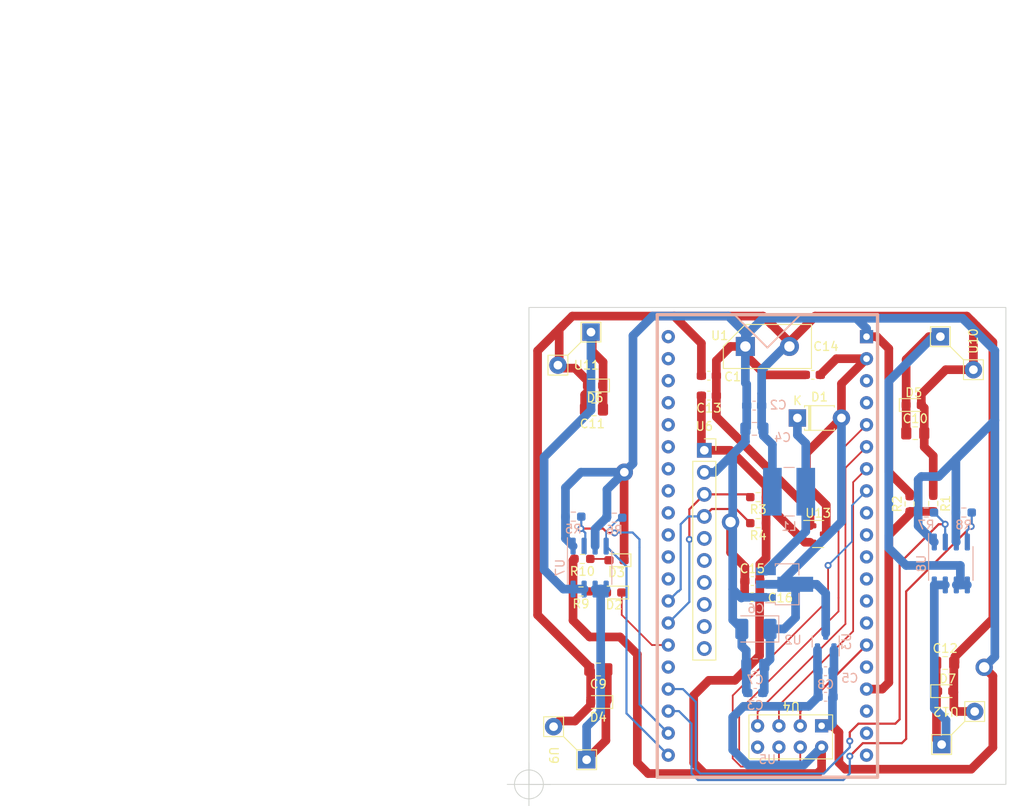
<source format=kicad_pcb>
(kicad_pcb (version 20211014) (generator pcbnew)
  (layers (0 "F.Cu" signal) (31 "B.Cu" signal) (34 "B.Paste" user) (35 "F.Paste" user) (36 "B.SilkS" user "B.Silkscreen") (37 "F.SilkS" user "F.Silkscreen") (38 "B.Mask" user) (39 "F.Mask" user) (44 "Edge.Cuts" user))
  (net 0 "")
  (net 1 "GND")
  (net 2 "VBAT")
  (net 3 "+5V")
  (net 4 "+3.3V")
  (net 5 "Net-(C9-Pad1)")
  (net 6 "Net-(C10-Pad1)")
  (net 7 "Net-(C11-Pad1)")
  (net 8 "Net-(C12-Pad1)")
  (net 9 "Net-(D1-Pad1)")
  (net 10 "Net-(D2-Pad1)")
  (net 11 "Net-(D2-Pad2)")
  (net 12 "Net-(D3-Pad2)")
  (net 13 "Net-(R1-Pad2)")
  (net 14 "Net-(R3-Pad2)")
  (net 15 "Net-(R4-Pad2)")
  (net 16 "Net-(R5-Pad2)")
  (net 17 "Net-(R6-Pad2)")
  (net 18 "Net-(R7-Pad2)")
  (net 19 "Net-(R8-Pad2)")
  (net 20 "Net-(U4-Pad3)")
  (net 21 "Net-(U4-Pad4)")
  (net 22 "Net-(U4-Pad5)")
  (net 23 "Net-(U4-Pad6)")
  (net 24 "Net-(U4-Pad7)")
  (footprint "Capacitor_SMD:C_0805_2012Metric_Pad1.18x1.45mm_HandSolder" (layer "F.Cu") (at 44.55 -40.5)
    (fp_text reference "C10")
    (fp_text value "0.1uF")
  )
  (footprint "Capacitor_SMD:C_0805_2012Metric_Pad1.18x1.45mm_HandSolder" (layer "F.Cu") (at 48 -14)
    (fp_text reference "C12")
    (fp_text value "0.1uF")
  )
  (footprint "New Library:motor_pin" (layer "F.Cu") (at 7.155 -48.345)
    (fp_text reference "U11")
    (fp_text value "motorpin")
  )
  (footprint "Diode_SMD:D_0603_1608Metric_Pad1.05x0.95mm_HandSolder" (layer "F.Cu") (at 44.375 -43.75)
    (fp_text reference "D5")
    (fp_text value "DIODE")
  )
  (footprint "Diode_SMD:D_0603_1608Metric_Pad1.05x0.95mm_HandSolder" (layer "F.Cu") (at 8 -9.5 180)
    (fp_text reference "D4")
    (fp_text value "DIODE")
  )
  (footprint "New Library:BATHOLE" (layer "F.Cu") (at 27.5 -50.5)
    (fp_text reference "U1")
    (fp_text value "BAT1")
  )
  (footprint "New Library:NRF24L01" (layer "F.Cu") (at 33.75 -6.75 180)
    (fp_text reference "U4")
    (fp_text value "NRF24L01_jsb")
  )
  (footprint "New Library:motor_pin" (layer "F.Cu") (at 47.595 -8.405 180)
    (fp_text reference "U12")
    (fp_text value "motorpin")
  )
  (footprint "Package_TO_SOT_SMD:SOT-23" (layer "F.Cu") (at 33.35 -28.875)
    (fp_text reference "U13")
    (fp_text value "XC6206PxxxMR")
  )
  (footprint "Capacitor_SMD:C_0603_1608Metric_Pad1.08x0.95mm_HandSolder" (layer "F.Cu") (at 20.75 -44.825 180)
    (fp_text reference "C13")
    (fp_text value "10uF")
  )
  (footprint "New Library:motor_pin" (layer "F.Cu") (at 2.845 -2.845 -90)
    (fp_text reference "U9")
    (fp_text value "motorpin")
  )
  (footprint "Capacitor_SMD:C_0805_2012Metric_Pad1.18x1.45mm_HandSolder" (layer "F.Cu") (at 7.5 -43.25 180)
    (fp_text reference "C11")
    (fp_text value "0.1uF")
  )
  (footprint "Resistor_SMD:R_0603_1608Metric_Pad0.98x0.95mm_HandSolder" (layer "F.Cu") (at 26.4375 -30.125 180)
    (fp_text reference "R4")
    (fp_text value "10K")
  )
  (footprint "Diode_SMD:D_0603_1608Metric_Pad1.05x0.95mm_HandSolder" (layer "F.Cu") (at 48 -10.75)
    (fp_text reference "D7")
    (fp_text value "DIODE")
  )
  (footprint "LED_SMD:LED_0603_1608Metric_Pad1.05x0.95mm_HandSolder" (layer "F.Cu") (at 10.1 -25.85 180)
    (fp_text reference "D3")
    (fp_text value "LED_SOIC")
  )
  (footprint "LED_SMD:LED_0603_1608Metric_Pad1.05x0.95mm_HandSolder" (layer "F.Cu") (at 9.825 -22.125 180)
    (fp_text reference "D2")
    (fp_text value "LED_SOIC")
  )
  (footprint "Diode_THT:D_T-1_P5.08mm_Horizontal" (layer "F.Cu") (at 30.96 -42.25)
    (fp_text reference "D1")
    (fp_text value "DIODE")
  )
  (footprint "Capacitor_SMD:C_0603_1608Metric_Pad1.08x0.95mm_HandSolder" (layer "F.Cu") (at 32.7375 -47.225)
    (fp_text reference "C14")
    (fp_text value "10uF")
  )
  (footprint "Connector_PinSocket_2.54mm:PinSocket_1x10_P2.54mm_Vertical" (layer "F.Cu") (at 20.225 -38.525)
    (fp_text reference "U6")
    (fp_text value "mpu9250")
  )
  (footprint "Resistor_SMD:R_0603_1608Metric_Pad0.98x0.95mm_HandSolder" (layer "F.Cu") (at 6.1625 -26 180)
    (fp_text reference "R10")
    (fp_text value "2K")
  )
  (footprint "Resistor_SMD:R_0603_1608Metric_Pad0.98x0.95mm_HandSolder" (layer "F.Cu") (at 43.9 -32.3375 90)
    (fp_text reference "R2")
    (fp_text value "10K")
  )
  (footprint "Resistor_SMD:R_0603_1608Metric_Pad0.98x0.95mm_HandSolder" (layer "F.Cu") (at 26.4375 -33.125 180)
    (fp_text reference "R3")
    (fp_text value "10K")
  )
  (footprint "Diode_SMD:D_0603_1608Metric_Pad1.05x0.95mm_HandSolder" (layer "F.Cu") (at 7.625 -46 180)
    (fp_text reference "D6")
    (fp_text value "DIODE")
  )
  (footprint "Capacitor_SMD:C_0603_1608Metric_Pad1.08x0.95mm_HandSolder" (layer "F.Cu") (at 25.7625 -23.45)
    (fp_text reference "C15")
    (fp_text value "10uF")
  )
  (footprint "New Library:motor_pin" (layer "F.Cu") (at 51.255 -51.63 90)
    (fp_text reference "U10")
    (fp_text value "motorpin")
  )
  (footprint "Capacitor_SMD:C_0805_2012Metric_Pad1.18x1.45mm_HandSolder" (layer "F.Cu") (at 8 -13.25 180)
    (fp_text reference "C9")
    (fp_text value "0.1uF")
  )
  (footprint "Capacitor_SMD:C_0603_1608Metric_Pad1.08x0.95mm_HandSolder" (layer "F.Cu") (at 20.75 -47.125 180)
    (fp_text reference "C1")
    (fp_text value "10uF")
  )
  (footprint "Capacitor_SMD:C_0603_1608Metric_Pad1.08x0.95mm_HandSolder" (layer "F.Cu") (at 25.7375 -21.6)
    (fp_text reference "C16")
    (fp_text value "10uF")
  )
  (footprint "Resistor_SMD:R_0603_1608Metric_Pad0.98x0.95mm_HandSolder" (layer "F.Cu") (at 46.625 -32.3875 -90)
    (fp_text reference "R1")
    (fp_text value "10K")
  )
  (footprint "Resistor_SMD:R_0603_1608Metric_Pad0.98x0.95mm_HandSolder" (layer "F.Cu") (at 6 -22.25 180)
    (fp_text reference "R9")
    (fp_text value "2K")
  )
  (footprint "Capacitor_SMD:C_0603_1608Metric_Pad1.08x0.95mm_HandSolder" (layer "B.Cu") (at 34.2 -13.05 180)
    (fp_text reference "C5")
    (fp_text value "10uF")
  )
  (footprint "Resistor_SMD:R_0603_1608Metric_Pad0.98x0.95mm_HandSolder" (layer "B.Cu") (at 5.125 -30.875)
    (fp_text reference "R5")
    (fp_text value "10K")
  )
  (footprint "Capacitor_SMD:C_0805_2012Metric_Pad1.18x1.45mm_HandSolder" (layer "B.Cu") (at 26 -41 180)
    (fp_text reference "C4")
    (fp_text value "4.7uF")
  )
  (footprint "Package_TO_SOT_SMD:SOT-23" (layer "B.Cu") (at 34.225 -16.475 90)
    (fp_text reference "U3")
    (fp_text value "XC6206PxxxMR")
  )
  (footprint "Inductor_SMD:L_TracoPower_TCK-047_5.2x5.8mm" (layer "B.Cu") (at 30 -33.75)
    (fp_text reference "L1")
    (fp_text value "L")
  )
  (footprint "New Library:LPC1768" (layer "B.Cu") (at 27.5 -27.5 180)
    (fp_text reference "U5")
    (fp_text value "lpc1768")
  )
  (footprint "Capacitor_SMD:C_0603_1608Metric_Pad1.08x0.95mm_HandSolder" (layer "B.Cu") (at 34.2125 -10.1 180)
    (fp_text reference "C8")
    (fp_text value "10uF")
  )
  (footprint "Package_SO:SOIC-8_3.9x4.9mm_P1.27mm" (layer "B.Cu") (at 48.65 -25.475 -90)
    (fp_text reference "U8")
    (fp_text value "AO9926")
  )
  (footprint "Package_SO:SOIC-8_3.9x4.9mm_P1.27mm" (layer "B.Cu") (at 7 -25 -90)
    (fp_text reference "U7")
    (fp_text value "AO9926")
  )
  (footprint "Package_TO_SOT_SMD:SOT-89-3_Handsoldering" (layer "B.Cu") (at 29.475 -23.075)
    (fp_text reference "U2")
    (fp_text value "tp8350")
  )
  (footprint "Capacitor_SMD:C_0603_1608Metric_Pad1.08x0.95mm_HandSolder" (layer "B.Cu") (at 26.1 -10.55)
    (fp_text reference "C3")
    (fp_text value "10uF")
  )
  (footprint "Capacitor_Tantalum_SMD:CP_EIA-3528-21_Kemet-B_Pad1.50x2.35mm_HandSolder" (layer "B.Cu") (at 26.175 -17.925 180)
    (fp_text reference "C6")
    (fp_text value "100uF")
  )
  (footprint "Capacitor_SMD:C_0603_1608Metric_Pad1.08x0.95mm_HandSolder" (layer "B.Cu") (at 25.975 -43.675)
    (fp_text reference "C2")
    (fp_text value "10uF")
  )
  (footprint "Resistor_SMD:R_0603_1608Metric_Pad0.98x0.95mm_HandSolder" (layer "B.Cu") (at 45.8 -31.35)
    (fp_text reference "R7")
    (fp_text value "10K")
  )
  (footprint "Resistor_SMD:R_0603_1608Metric_Pad0.98x0.95mm_HandSolder" (layer "B.Cu") (at 50.15 -31.35)
    (fp_text reference "R8")
    (fp_text value "10K")
  )
  (footprint "Capacitor_SMD:C_0805_2012Metric_Pad1.18x1.45mm_HandSolder" (layer "B.Cu") (at 26.1 -13.75)
    (fp_text reference "C7")
    (fp_text value "0.1uF")
  )
  (footprint "Resistor_SMD:R_0603_1608Metric_Pad0.98x0.95mm_HandSolder" (layer "B.Cu") (at 9.85 -30.75)
    (fp_text reference "R6")
    (fp_text value "10K")
  )
  (gr_rect (start 0 0) (end 55 -55) (layer "Edge.Cuts") (width 0.1) (fill none))
  (target plus (at 0 0) (size 5) (width 0.1) (layer "Edge.Cuts"))
  (segment (start 51 -1.75) (end 53.5 -4.25) (width 1) (layer "F.Cu") (net 1))
  (segment (start 31.875 -47.225) (end 27.275 -47.225) (width 1) (layer "F.Cu") (net 1))
  (segment (start 35.75 -6) (end 35.75 -2.5) (width 1) (layer "F.Cu") (net 1))
  (segment (start 36.5 -1.75) (end 51 -1.75) (width 1) (layer "F.Cu") (net 1))
  (segment (start 24.96 -49.54) (end 24.96 -50.5) (width 1) (layer "F.Cu") (net 1))
  (segment (start 41.5 -36) (end 41.5 -50.25) (width 1) (layer "F.Cu") (net 1))
  (segment (start 24.875 -21.6) (end 24.875 -23.425) (width 1) (layer "F.Cu") (net 1))
  (segment (start 40.12 -51.63) (end 38.93 -51.63) (width 1) (layer "F.Cu") (net 1))
  (segment (start 21.6125 -42.3875) (end 32.4125 -31.5875) (width 1) (layer "F.Cu") (net 1))
  (segment (start 35.75 -2.5) (end 36.5 -1.75) (width 1) (layer "F.Cu") (net 1))
  (segment (start 32.4125 -31.5875) (end 32.4125 -29.825) (width 1) (layer "F.Cu") (net 1))
  (segment (start 43.9 -33.25) (end 43.9 -33.6) (width 1) (layer "F.Cu") (net 1))
  (segment (start 21.6125 -44.825) (end 21.6125 -42.3875) (width 1) (layer "F.Cu") (net 1))
  (segment (start 43.9 -33.6) (end 41.5 -36) (width 1) (layer "F.Cu") (net 1))
  (segment (start 23.25 -30.25) (end 23.25 -26.75) (width 1) (layer "F.Cu") (net 1))
  (segment (start 53.5 -12.5) (end 52.5 -13.5) (width 1) (layer "F.Cu") (net 1))
  (segment (start 21.6125 -47.125) (end 21.6125 -44.825) (width 1) (layer "F.Cu") (net 1))
  (segment (start 11 -36) (end 10.975 -35.975) (width 1) (layer "F.Cu") (net 1))
  (segment (start 53.5 -4.25) (end 53.5 -12.5) (width 1) (layer "F.Cu") (net 1))
  (segment (start 24.875 -23.425) (end 24.9 -23.45) (width 1) (layer "F.Cu") (net 1))
  (segment (start 35 -6.75) (end 35.75 -6) (width 1) (layer "F.Cu") (net 1))
  (segment (start 24.96 -50.5) (end 23.25 -50.5) (width 1) (layer "F.Cu") (net 1))
  (segment (start 23.25 -50.5) (end 21.6125 -48.8625) (width 1) (layer "F.Cu") (net 1))
  (segment (start 27.275 -47.225) (end 24.96 -49.54) (width 1) (layer "F.Cu") (net 1))
  (segment (start 41.5 -50.25) (end 40.12 -51.63) (width 1) (layer "F.Cu") (net 1))
  (segment (start 23.25 -26.75) (end 24.9 -25.1) (width 1) (layer "F.Cu") (net 1))
  (segment (start 33.75 -6.75) (end 35 -6.75) (width 1) (layer "F.Cu") (net 1))
  (segment (start 21.6125 -48.8625) (end 21.6125 -47.125) (width 1) (layer "F.Cu") (net 1))
  (segment (start 24.9 -25.1) (end 24.9 -23.45) (width 1) (layer "F.Cu") (net 1))
  (segment (start 10.975 -35.975) (end 10.975 -25.85) (width 1) (layer "F.Cu") (net 1))
  (via (at 52.5 -13.5) (size 2) (drill 1.2) (layers "F.Cu" "B.Cu") (net 1))
  (via (at 23.25 -30.25) (size 2) (drill 1.2) (layers "F.Cu" "B.Cu") (net 1))
  (via (at 11 -36) (size 2) (drill 1) (layers "F.Cu" "B.Cu") (net 1))
  (segment (start 35.175 -15.5375) (end 35.175 -13.1625) (width 1) (layer "B.Cu") (net 1))
  (segment (start 45.25 -35.5) (end 44.8875 -35.1375) (width 1) (layer "B.Cu") (net 1))
  (segment (start 8.9375 -30.75) (end 7.635 -29.4475) (width 1) (layer "B.Cu") (net 1))
  (segment (start 35 -10.025) (end 35 -7) (width 1) (layer "B.Cu") (net 1))
  (segment (start 4.2125 -28.3575) (end 5.095 -27.475) (width 1) (layer "B.Cu") (net 1))
  (segment (start 24.96 -51.71) (end 27 -53.75) (width 1) (layer "B.Cu") (net 1))
  (segment (start 53.727464 -50.022536) (end 53.727464 -41.977464) (width 1) (layer "B.Cu") (net 1))
  (segment (start 35.0625 -13.05) (end 35.0625 -10.1125) (width 1) (layer "B.Cu") (net 1))
  (segment (start 53.727464 -14.727464) (end 52.5 -13.5) (width 1) (layer "B.Cu") (net 1))
  (segment (start 49.2375 -31.35) (end 49.2375 -37.4875) (width 1) (layer "B.Cu") (net 1))
  (segment (start 23.5 -18.975) (end 24.55 -17.925) (width 1) (layer "B.Cu") (net 1))
  (segment (start 25.1125 -41.15) (end 24.9625 -41) (width 1) (layer "B.Cu") (net 1))
  (segment (start 23.25 -30.25) (end 23.5 -30.5) (width 1) (layer "B.Cu") (net 1))
  (segment (start 24.96 -51) (end 24.96 -51.71) (width 1) (layer "B.Cu") (net 1))
  (segment (start 25.0625 -10.725) (end 25.2375 -10.55) (width 1) (layer "B.Cu") (net 1))
  (segment (start 35.0625 -10.1125) (end 35.075 -10.1) (width 1) (layer "B.Cu") (net 1))
  (segment (start 23.5 -22.5) (end 24.5 -21.5) (width 1) (layer "B.Cu") (net 1))
  (segment (start 21.427081 -35.985) (end 20.225 -35.985) (width 1) (layer "B.Cu") (net 1))
  (segment (start 24.9625 -39.520419) (end 21.427081 -35.985) (width 1) (layer "B.Cu") (net 1))
  (segment (start 6 -36) (end 4.2125 -34.2125) (width 1) (layer "B.Cu") (net 1))
  (segment (start 49.2375 -37.4875) (end 49.375 -37.625) (width 1) (layer "B.Cu") (net 1))
  (segment (start 44.8875 -29.8075) (end 46.745 -27.95) (width 1) (layer "B.Cu") (net 1))
  (segment (start 47.25 -35.5) (end 45.25 -35.5) (width 1) (layer "B.Cu") (net 1))
  (segment (start 14.25 -54) (end 12 -51.75) (width 1) (layer "B.Cu") (net 1))
  (segment (start 11 -36) (end 9 -34) (width 1) (layer "B.Cu") (net 1))
  (segment (start 50 -53.75) (end 50.25 -53.5) (width 1) (layer "B.Cu") (net 1))
  (segment (start 50.25 -53.5) (end 53.727464 -50.022536) (width 1) (layer "B.Cu") (net 1))
  (segment (start 23.5 -22.5) (end 23.5 -18.975) (width 1) (layer "B.Cu") (net 1))
  (segment (start 35.075 -10.1) (end 35.075 -9.961675) (width 1) (layer "B.Cu") (net 1))
  (segment (start 23.5 -30.5) (end 23.5 -38.057919) (width 1) (layer "B.Cu") (net 1))
  (segment (start 24.96 -46.29) (end 25.1125 -46.1375) (width 1) (layer "B.Cu") (net 1))
  (segment (start 7.635 -29.4475) (end 7.635 -27.475) (width 1) (layer "B.Cu") (net 1))
  (segment (start 24.96 -52.04) (end 23 -54) (width 1) (layer "B.Cu") (net 1))
  (segment (start 23.5 -38.057919) (end 24.9625 -39.520419) (width 1) (layer "B.Cu") (net 1))
  (segment (start 9 -30.8125) (end 8.9375 -30.75) (width 1) (layer "B.Cu") (net 1))
  (segment (start 49.2375 -31.35) (end 49.2375 -27.9975) (width 1) (layer "B.Cu") (net 1))
  (segment (start 24.96 -51) (end 24.96 -46.29) (width 1) (layer "B.Cu") (net 1))
  (segment (start 35 -7) (end 34.75 -6.75) (width 1) (layer "B.Cu") (net 1))
  (segment (start 24.55 -17.925) (end 24.55 -15.95) (width 1) (layer "B.Cu") (net 1))
  (segment (start 24.55 -15.95) (end 25.0625 -15.4375) (width 1) (layer "B.Cu") (net 1))
  (segment (start 24.5 -21.5) (end 24.575 -21.575) (width 1) (layer "B.Cu") (net 1))
  (segment (start 23.5 -30) (end 23.5 -22.5) (width 1) (layer "B.Cu") (net 1))
  (segment (start 49.2375 -27.9975) (end 49.285 -27.95) (width 1) (layer "B.Cu") (net 1))
  (segment (start 24.9625 -41) (end 24.9625 -39.520419) (width 1) (layer "B.Cu") (net 1))
  (segment (start 4.2125 -30.875) (end 4.2125 -28.3575) (width 1) (layer "B.Cu") (net 1))
  (segment (start 44.8875 -31.35) (end 44.8875 -29.8075) (width 1) (layer "B.Cu") (net 1))
  (segment (start 4.2125 -34.2125) (end 4.2125 -30.875) (width 1) (layer "B.Cu") (net 1))
  (segment (start 35.175 -13.1625) (end 35.0625 -13.05) (width 1) (layer "B.Cu") (net 1))
  (segment (start 12 -37) (end 11 -36) (width 1) (layer "B.Cu") (net 1))
  (segment (start 35.075 -9.961675) (end 35 -9.886675) (width 1) (layer "B.Cu") (net 1))
  (segment (start 23 -54) (end 14.25 -54) (width 1) (layer "B.Cu") (net 1))
  (segment (start 12 -51.75) (end 12 -37) (width 1) (layer "B.Cu") (net 1))
  (segment (start 53.727464 -41.977464) (end 53.727464 -14.727464) (width 1) (layer "B.Cu") (net 1))
  (segment (start 25.1125 -46.1375) (end 25.1125 -43.675) (width 1) (layer "B.Cu") (net 1))
  (segment (start 44.8875 -35.1375) (end 44.8875 -31.35) (width 1) (layer "B.Cu") (net 1))
  (segment (start 49.375 -37.625) (end 47.25 -35.5) (width 1) (layer "B.Cu") (net 1))
  (segment (start 11 -36) (end 6 -36) (width 1) (layer "B.Cu") (net 1))
  (segment (start 25.0625 -15.4375) (end 25.0625 -13.75) (width 1) (layer "B.Cu") (net 1))
  (segment (start 53.727464 -41.977464) (end 49.375 -37.625) (width 1) (layer "B.Cu") (net 1))
  (segment (start 9 -34) (end 9 -30.8125) (width 1) (layer "B.Cu") (net 1))
  (segment (start 35.075 -10.1) (end 35 -10.025) (width 1) (layer "B.Cu") (net 1))
  (segment (start 24.96 -51) (end 24.96 -50.5) (width 1) (layer "B.Cu") (net 1))
  (segment (start 37.75 -53.75) (end 50 -53.75) (width 1) (layer "B.Cu") (net 1))
  (segment (start 25.1125 -43.675) (end 25.1125 -41.15) (width 1) (layer "B.Cu") (net 1))
  (segment (start 24.96 -50.5) (end 24.96 -52.04) (width 1) (layer "B.Cu") (net 1))
  (segment (start 27 -53.75) (end 37.75 -53.75) (width 1) (layer "B.Cu") (net 1))
  (segment (start 23.25 -30.25) (end 23.5 -30) (width 1) (layer "B.Cu") (net 1))
  (segment (start 25.0625 -13.75) (end 25.0625 -10.725) (width 1) (layer "B.Cu") (net 1))
  (segment (start 34.75 -6.75) (end 33.75 -6.75) (width 1) (layer "B.Cu") (net 1))
  (segment (start 24.575 -21.575) (end 27.325 -21.575) (width 1) (layer "B.Cu") (net 1))
  (segment (start 37.75 -53.75) (end 38.93 -52.57) (width 1) (layer "B.Cu") (net 1))
  (segment (start 38.93 -52.57) (end 38.93 -51.63) (width 1) (layer "B.Cu") (net 1))
  (segment (start 6.425 -44.925) (end 6.425 -43.15) (width 1) (layer "F.Cu") (net 2))
  (segment (start 5.3 -48) (end 6.8 -46.5) (width 1) (layer "F.Cu") (net 2))
  (segment (start 7.118874 -13.093626) (end 6.9625 -13.25) (width 1) (layer "F.Cu") (net 2))
  (segment (start 19.8875 -50.8625) (end 19.8875 -47.125) (width 1) (layer "F.Cu") (net 2))
  (segment (start 3.49 -51.51) (end 3.49 -52.49) (width 1) (layer "F.Cu") (net 2))
  (segment (start 50.5 -54) (end 51 -53.5) (width 1) (layer "F.Cu") (net 2))
  (segment (start 45.25 -45) (end 48.07 -47.82) (width 1) (layer "F.Cu") (net 2))
  (segment (start 1 -50) (end 1 -19.5375) (width 1) (layer "F.Cu") (net 2))
  (segment (start 30.04 -51) (end 29.775 -51) (width 0.25) (layer "F.Cu") (net 2))
  (segment (start 30 -51) (end 29.9 -50.9) (width 0.25) (layer "F.Cu") (net 2))
  (segment (start 46.625 -37.875) (end 45.5875 -38.9125) (width 1) (layer "F.Cu") (net 2))
  (segment (start 3 -52) (end 1 -50) (width 1) (layer "F.Cu") (net 2))
  (segment (start 49.125 -14.725) (end 49.125 -14.0875) (width 1) (layer "F.Cu") (net 2))
  (segment (start 30.04 -51) (end 30 -51) (width 0.25) (layer "F.Cu") (net 2))
  (segment (start 30.04 -51) (end 29.89 -51.15) (width 0.25) (layer "F.Cu") (net 2))
  (segment (start 29.775 -51) (end 29.75 -51.025) (width 0.25) (layer "F.Cu") (net 2))
  (segment (start 45.25 -43.75) (end 45.25 -45) (width 1) (layer "F.Cu") (net 2))
  (segment (start 27.96 -53.04) (end 27 -54) (width 1) (layer "F.Cu") (net 2))
  (segment (start 33 -54) (end 50.5 -54) (width 1) (layer "F.Cu") (net 2))
  (segment (start 45.5875 -40.5) (end 45.5875 -43.4125) (width 1) (layer "F.Cu") (net 2))
  (segment (start 53.5 -51) (end 53.5 -19.1) (width 1) (layer "F.Cu") (net 2))
  (segment (start 6.8 -45.3) (end 6.425 -44.925) (width 1) (layer "F.Cu") (net 2))
  (segment (start 3.49 -51.51) (end 3.49 -48) (width 1) (layer "F.Cu") (net 2))
  (segment (start 7.118874 -9.985474) (end 7.118874 -9.118874) (width 1) (layer "F.Cu") (net 2))
  (segment (start 49 -10.625) (end 49 -13.9625) (width 1) (layer "F.Cu") (net 2))
  (segment (start 30.04 -51) (end 33 -53.96) (width 1) (layer "F.Cu") (net 2))
  (segment (start 45.5875 -43.4125) (end 45.25 -43.75) (width 1) (layer "F.Cu") (net 2))
  (segment (start 3.49 -52.49) (end 3.875 -52.875) (width 1) (layer "F.Cu") (net 2))
  (segment (start 6.8 -46.5) (end 6.8 -45.3) (width 1) (layer "F.Cu") (net 2))
  (segment (start 49.345 -8.405) (end 51.405 -8.405) (width 1) (layer "F.Cu") (net 2))
  (segment (start 51 -53.5) (end 51.625 -52.875) (width 1) (layer "F.Cu") (net 2))
  (segment (start 3.49 -48) (end 5.3 -48) (width 1) (layer "F.Cu") (net 2))
  (segment (start 46.625 -33.3) (end 46.625 -37.875) (width 1) (layer "F.Cu") (net 2))
  (segment (start 51.255 -53.245) (end 51 -53.5) (width 1) (layer "F.Cu") (net 2))
  (segment (start 6.9625 -13.25) (end 6.9625 -13.575) (width 1) (layer "F.Cu") (net 2))
  (segment (start 49 -8.75) (end 49.345 -8.405) (width 1) (layer "F.Cu") (net 2))
  (segment (start 7.118874 -9.118874) (end 5.31 -7.31) (width 1) (layer "F.Cu") (net 2))
  (segment (start 51.255 -52.505) (end 51.255 -53.245) (width 1) (layer "F.Cu") (net 2))
  (segment (start 45.5875 -38.9125) (end 45.5875 -40.5) (width 1) (layer "F.Cu") (net 2))
  (segment (start 7.118874 -9.985474) (end 7.118874 -13.093626) (width 1) (layer "F.Cu") (net 2))
  (segment (start 33 -53.96) (end 33 -54) (width 1) (layer "F.Cu") (net 2))
  (segment (start 5 -54) (end 3.875 -52.875) (width 1) (layer "F.Cu") (net 2))
  (segment (start 48.07 -47.82) (end 51.255 -47.82) (width 1) (layer "F.Cu") (net 2))
  (segment (start 49.125 -14.0875) (end 49.0375 -14) (width 1) (layer "F.Cu") (net 2))
  (segment (start 51.625 -52.875) (end 51.255 -52.505) (width 1) (layer "F.Cu") (net 2))
  (segment (start 5.31 -7.31) (end 3.5 -7.31) (width 1) (layer "F.Cu") (net 2))
  (segment (start 28 -53.04) (end 27.96 -53.04) (width 1) (layer "F.Cu") (net 2))
  (segment (start 49 -13.9625) (end 49.0375 -14) (width 1) (layer "F.Cu") (net 2))
  (segment (start 51.255 -52.505) (end 51.255 -47.82) (width 1) (layer "F.Cu") (net 2))
  (segment (start 6.5125 -43.2375) (end 6.425 -43.15) (width 1) (layer "F.Cu") (net 2))
  (segment (start 49 -10.625) (end 49 -8.75) (width 1) (layer "F.Cu") (net 2))
  (segment (start 3.875 -52.875) (end 3 -52) (width 1) (layer "F.Cu") (net 2))
  (segment (start 27 -54) (end 16.75 -54) (width 1) (layer "F.Cu") (net 2))
  (segment (start 6.9625 -13.575) (end 1 -19.5375) (width 1) (layer "F.Cu") (net 2))
  (segment (start 16.75 -54) (end 19.8875 -50.8625) (width 1) (layer "F.Cu") (net 2))
  (segment (start 3 -52) (end 3.49 -51.51) (width 1) (layer "F.Cu") (net 2))
  (segment (start 30.04 -51) (end 28 -53.04) (width 1) (layer "F.Cu") (net 2))
  (segment (start 51.625 -52.875) (end 53.5 -51) (width 1) (layer "F.Cu") (net 2))
  (segment (start 16.75 -54) (end 5 -54) (width 1) (layer "F.Cu") (net 2))
  (segment (start 53.5 -19.1) (end 49.125 -14.725) (width 1) (layer "F.Cu") (net 2))
  (segment (start 26.8375 -47.8375) (end 26.8375 -45.0875) (width 1) (layer "B.Cu") (net 2))
  (segment (start 28.075 -39.175) (end 28.075 -33.75) (width 1) (layer "B.Cu") (net 2))
  (segment (start 26.8375 -45.0875) (end 26.8375 -43.675) (width 1) (layer "B.Cu") (net 2))
  (segment (start 30.04 -51) (end 27.04 -48) (width 1) (layer "B.Cu") (net 2))
  (segment (start 27 -43.8375) (end 26.8375 -43.675) (width 0.25) (layer "B.Cu") (net 2))
  (segment (start 26.8375 -45.0875) (end 26.8375 -41.2) (width 1) (layer "B.Cu") (net 2))
  (segment (start 26.8375 -41.2) (end 27.0375 -41) (width 1) (layer "B.Cu") (net 2))
  (segment (start 27.0375 -40.2125) (end 28.075 -39.175) (width 1) (layer "B.Cu") (net 2))
  (segment (start 27 -48) (end 26.8375 -47.8375) (width 1) (layer "B.Cu") (net 2))
  (segment (start 27.04 -48) (end 27 -48) (width 1) (layer "B.Cu") (net 2))
  (segment (start 27.0375 -41) (end 27.0375 -40.2125) (width 1) (layer "B.Cu") (net 2))
  (segment (start 34.2875 -32.2125) (end 32 -34.5) (width 1) (layer "F.Cu") (net 3))
  (segment (start 36.04 -46.2) (end 36.04 -42.25) (width 1) (layer "F.Cu") (net 3))
  (segment (start 34.2875 -28.875) (end 34.2875 -32.2125) (width 1) (layer "F.Cu") (net 3))
  (segment (start 32 -34.5) (end 32 -38.21) (width 1) (layer "F.Cu") (net 3))
  (segment (start 32 -38.21) (end 36.04 -42.25) (width 1) (layer "F.Cu") (net 3))
  (segment (start 34.25 -28.9125) (end 34.2875 -28.875) (width 1) (layer "F.Cu") (net 3))
  (segment (start 33.6 -47.225) (end 35.465 -49.09) (width 1) (layer "F.Cu") (net 3))
  (segment (start 35.465 -49.09) (end 38.93 -49.09) (width 1) (layer "F.Cu") (net 3))
  (segment (start 38.93 -49.09) (end 36.04 -46.2) (width 1) (layer "F.Cu") (net 3))
  (segment (start 29.425 -17.925) (end 30.75 -19.25) (width 1) (layer "B.Cu") (net 3))
  (segment (start 34.225 -22.025) (end 33.175 -23.075) (width 1) (layer "B.Cu") (net 3))
  (segment (start 27.1375 -13.75) (end 27.1375 -10.725) (width 1) (layer "B.Cu") (net 3))
  (segment (start 27.8 -17.925) (end 29.425 -17.925) (width 1) (layer "B.Cu") (net 3))
  (segment (start 27.8 -17.925) (end 27.8 -14.4125) (width 1) (layer "B.Cu") (net 3))
  (segment (start 36.04 -30.29) (end 28.825 -23.075) (width 1) (layer "B.Cu") (net 3))
  (segment (start 30.75 -19.25) (end 30.75 -22.25) (width 1) (layer "B.Cu") (net 3))
  (segment (start 33.175 -23.075) (end 27.4125 -23.075) (width 1) (layer "B.Cu") (net 3))
  (segment (start 27.8 -14.4125) (end 27.1375 -13.75) (width 1) (layer "B.Cu") (net 3))
  (segment (start 28.825 -23.075) (end 27.4125 -23.075) (width 1) (layer "B.Cu") (net 3))
  (segment (start 36.04 -42.25) (end 36.04 -30.29) (width 1) (layer "B.Cu") (net 3))
  (segment (start 34.225 -17.4125) (end 34.225 -22.025) (width 1) (layer "B.Cu") (net 3))
  (segment (start 27.1375 -10.725) (end 26.9625 -10.55) (width 1) (layer "B.Cu") (net 3))
  (segment (start 20.25 -1.25) (end 33.25 -1.25) (width 1) (layer "F.Cu") (net 4))
  (segment (start 27.35 -30.125) (end 27.35 -26.1) (width 1) (layer "F.Cu") (net 4))
  (segment (start 27.35 -26.1) (end 26.625 -25.375) (width 1) (layer "F.Cu") (net 4))
  (segment (start 20.25 -1.25) (end 13.75 -1.25) (width 1) (layer "F.Cu") (net 4))
  (segment (start 20.225 -38.525) (end 23.225 -38.525) (width 1) (layer "F.Cu") (net 4))
  (segment (start 33.75 -1.75) (end 33.75 -4.29) (width 1) (layer "F.Cu") (net 4))
  (segment (start 20.75 -12) (end 19 -10.25) (width 1) (layer "F.Cu") (net 4))
  (segment (start 27.35 -33.125) (end 27.35 -30.125) (width 1) (layer "F.Cu") (net 4))
  (segment (start 12.5 -2.5) (end 12.5 -15) (width 1) (layer "F.Cu") (net 4))
  (segment (start 27.35 -33.125) (end 27.35 -32.4) (width 1) (layer "F.Cu") (net 4))
  (segment (start 5.0875 -18.9125) (end 5.0875 -22.25) (width 1) (layer "F.Cu") (net 4))
  (segment (start 26.6 -21.6) (end 26.6 -14.85) (width 1) (layer "F.Cu") (net 4))
  (segment (start 26.6 -14.85) (end 23.75 -12) (width 1) (layer "F.Cu") (net 4))
  (segment (start 31.825 -27.925) (end 32.4125 -27.925) (width 1) (layer "F.Cu") (net 4))
  (segment (start 19 -10.25) (end 19 -2.5) (width 1) (layer "F.Cu") (net 4))
  (segment (start 12.5 -15) (end 10.5 -17) (width 1) (layer "F.Cu") (net 4))
  (segment (start 26.625 -23.45) (end 26.625 -21.625) (width 1) (layer "F.Cu") (net 4))
  (segment (start 7 -17) (end 5.0875 -18.9125) (width 1) (layer "F.Cu") (net 4))
  (segment (start 5.0875 -22.25) (end 5.0875 -25.8375) (width 1) (layer "F.Cu") (net 4))
  (segment (start 19.8875 -44.825) (end 19.8875 -38.8625) (width 1) (layer "F.Cu") (net 4))
  (segment (start 19.8875 -38.8625) (end 20.225 -38.525) (width 1) (layer "F.Cu") (net 4))
  (segment (start 10.5 -17) (end 7 -17) (width 1) (layer "F.Cu") (net 4))
  (segment (start 23.225 -38.525) (end 27.35 -34.4) (width 1) (layer "F.Cu") (net 4))
  (segment (start 26.625 -21.625) (end 26.6 -21.6) (width 1) (layer "F.Cu") (net 4))
  (segment (start 26.625 -25.375) (end 26.625 -23.45) (width 1) (layer "F.Cu") (net 4))
  (segment (start 19 -2.5) (end 20.25 -1.25) (width 1) (layer "F.Cu") (net 4))
  (segment (start 33.25 -1.25) (end 33.75 -1.75) (width 1) (layer "F.Cu") (net 4))
  (segment (start 27.35 -32.4) (end 31.825 -27.925) (width 1) (layer "F.Cu") (net 4))
  (segment (start 27.35 -34.4) (end 27.35 -33.125) (width 1) (layer "F.Cu") (net 4))
  (segment (start 13.75 -1.25) (end 12.5 -2.5) (width 1) (layer "F.Cu") (net 4))
  (segment (start 5.0875 -25.8375) (end 5.25 -26) (width 1) (layer "F.Cu") (net 4))
  (segment (start 23.75 -12) (end 20.75 -12) (width 1) (layer "F.Cu") (net 4))
  (segment (start 31.71 -2.25) (end 33.75 -4.29) (width 1) (layer "B.Cu") (net 4))
  (segment (start 25.25 -2.25) (end 31.71 -2.25) (width 1) (layer "B.Cu") (net 4))
  (segment (start 24.75 -9) (end 23.5 -7.75) (width 1) (layer "B.Cu") (net 4))
  (segment (start 23.5 -7.75) (end 23.5 -4) (width 1) (layer "B.Cu") (net 4))
  (segment (start 33.275 -13.1125) (end 33.3375 -13.05) (width 1) (layer "B.Cu") (net 4))
  (segment (start 33.35 -10.1) (end 32.25 -9) (width 1) (layer "B.Cu") (net 4))
  (segment (start 33.3375 -10.1125) (end 33.35 -10.1) (width 1) (layer "B.Cu") (net 4))
  (segment (start 23.5 -4) (end 25.25 -2.25) (width 1) (layer "B.Cu") (net 4))
  (segment (start 33.275 -15.5375) (end 33.275 -13.1125) (width 1) (layer "B.Cu") (net 4))
  (segment (start 32.25 -9) (end 24.75 -9) (width 1) (layer "B.Cu") (net 4))
  (segment (start 33.3375 -13.05) (end 33.3375 -10.1125) (width 1) (layer "B.Cu") (net 4))
  (segment (start 9.0375 -13.25) (end 9.0375 -9.6625) (width 1) (layer "F.Cu") (net 5))
  (segment (start 9.0375 -9.6625) (end 8.875 -9.5) (width 1) (layer "F.Cu") (net 5))
  (segment (start 8.875 -5.065) (end 6.655 -2.845) (width 1) (layer "F.Cu") (net 5))
  (segment (start 8.875 -9.5) (end 8.875 -5.065) (width 1) (layer "F.Cu") (net 5))
  (segment (start 6.655 -6.655) (end 6.655 -2.845) (width 1) (layer "B.Cu") (net 5))
  (segment (start 8.905 -22.525) (end 8.275 -22.525) (width 1) (layer "B.Cu") (net 5))
  (segment (start 8.275 -8.275) (end 6.655 -6.655) (width 1) (layer "B.Cu") (net 5))
  (segment (start 8.275 -22.525) (end 8.275 -8.275) (width 1) (layer "B.Cu") (net 5))
  (segment (start 8.275 -22.525) (end 7.635 -22.525) (width 1) (layer "B.Cu") (net 5))
  (segment (start 47.445 -51.63) (end 46.13 -51.63) (width 1) (layer "F.Cu") (net 6))
  (segment (start 43.5 -43.75) (end 43.5 -40.5125) (width 1) (layer "F.Cu") (net 6))
  (segment (start 46.13 -51.63) (end 43.5 -49) (width 1) (layer "F.Cu") (net 6))
  (segment (start 43.5 -49) (end 43.5 -43.75) (width 1) (layer "F.Cu") (net 6))
  (segment (start 43.5 -40.5125) (end 43.5125 -40.5) (width 1) (layer "F.Cu") (net 6))
  (segment (start 49.75 -23) (end 49.285 -23) (width 1) (layer "B.Cu") (net 6))
  (segment (start 47.445 -51.63) (end 46.63 -51.63) (width 1) (layer "B.Cu") (net 6))
  (segment (start 50.555 -23) (end 49.75 -23) (width 1) (layer "B.Cu") (net 6))
  (segment (start 41.5 -27.25) (end 43.5 -25.25) (width 1) (layer "B.Cu") (net 6))
  (segment (start 41.5 -46.5) (end 41.5 -27.25) (width 1) (layer "B.Cu") (net 6))
  (segment (start 43.5 -25.25) (end 49.75 -25.25) (width 1) (layer "B.Cu") (net 6))
  (segment (start 46.63 -51.63) (end 41.5 -46.5) (width 1) (layer "B.Cu") (net 6))
  (segment (start 49.75 -25.25) (end 49.75 -23) (width 1) (layer "B.Cu") (net 6))
  (segment (start 8.55 -48.7) (end 8.55 -46.5) (width 1) (layer "F.Cu") (net 7))
  (segment (start 8.55 -43.2) (end 8.5 -43.15) (width 1) (layer "F.Cu") (net 7))
  (segment (start 7.3 -49.95) (end 8.55 -48.7) (width 1) (layer "F.Cu") (net 7))
  (segment (start 7.3 -51.81) (end 7.3 -49.95) (width 1) (layer "F.Cu") (net 7))
  (segment (start 8.55 -46.5) (end 8.55 -43.2) (width 1) (layer "F.Cu") (net 7))
  (segment (start 6.365 -22.525) (end 5.095 -22.525) (width 1) (layer "B.Cu") (net 7))
  (segment (start 1.75 -37.75) (end 7.155 -43.155) (width 1) (layer "B.Cu") (net 7))
  (segment (start 3.975 -22.525) (end 1.75 -24.75) (width 1) (layer "B.Cu") (net 7))
  (segment (start 5.095 -22.525) (end 3.975 -22.525) (width 1) (layer "B.Cu") (net 7))
  (segment (start 1.75 -24.75) (end 1.75 -37.75) (width 1) (layer "B.Cu") (net 7))
  (segment (start 7.155 -43.155) (end 7.155 -52.155) (width 1) (layer "B.Cu") (net 7))
  (segment (start 47 -5.19) (end 47 -10.625) (width 1) (layer "F.Cu") (net 8))
  (segment (start 47.595 -4.595) (end 47 -5.19) (width 1) (layer "F.Cu") (net 8))
  (segment (start 47 -10.625) (end 47.125 -10.75) (width 1) (layer "F.Cu") (net 8))
  (segment (start 46.9625 -10.9125) (end 47.125 -10.75) (width 1) (layer "F.Cu") (net 8))
  (segment (start 46.9625 -14) (end 46.9625 -10.9125) (width 1) (layer "F.Cu") (net 8))
  (segment (start 48.095 -5.095) (end 47.595 -4.595) (width 1) (layer "B.Cu") (net 8))
  (segment (start 46.745 -23) (end 48.015 -23) (width 1) (layer "B.Cu") (net 8))
  (segment (start 46.745 -23) (end 46.745 -8.755) (width 1) (layer "B.Cu") (net 8))
  (segment (start 48.095 -7.405) (end 48.095 -5.095) (width 1) (layer "B.Cu") (net 8))
  (segment (start 46.745 -8.755) (end 48.095 -7.405) (width 1) (layer "B.Cu") (net 8))
  (segment (start 30.96 -42.25) (end 30.96 -40.29) (width 1) (layer "B.Cu") (net 9))
  (segment (start 31.925 -39.325) (end 31.925 -33.75) (width 1) (layer "B.Cu") (net 9))
  (segment (start 31.925 -29.175) (end 31.925 -33.75) (width 1) (layer "B.Cu") (net 9))
  (segment (start 27.325 -24.575) (end 31.925 -29.175) (width 1) (layer "B.Cu") (net 9))
  (segment (start 30.96 -40.29) (end 31.925 -39.325) (width 1) (layer "B.Cu") (net 9))
  (segment (start 10.7 -22.125) (end 10.7 -19.55) (width 0.2) (layer "F.Cu") (net 10))
  (segment (start 10.7 -19.55) (end 14.18 -16.07) (width 0.2) (layer "F.Cu") (net 10))
  (segment (start 14.18 -16.07) (end 16.07 -16.07) (width 0.2) (layer "F.Cu") (net 10))
  (segment (start 6.9125 -22.25) (end 8.825 -22.25) (width 0.2) (layer "F.Cu") (net 11))
  (segment (start 8.825 -22.25) (end 8.95 -22.125) (width 0.2) (layer "F.Cu") (net 11))
  (segment (start 9.075 -26) (end 9.225 -25.85) (width 0.2) (layer "F.Cu") (net 12))
  (segment (start 7.075 -26) (end 9.075 -26) (width 0.2) (layer "F.Cu") (net 12))
  (segment (start 40.74 -10.99) (end 38.93 -10.99) (width 1) (layer "F.Cu") (net 13))
  (segment (start 46.625 -31.475) (end 43.95 -31.475) (width 1) (layer "F.Cu") (net 13))
  (segment (start 41.5 -11.75) (end 40.74 -10.99) (width 1) (layer "F.Cu") (net 13))
  (segment (start 41.5 -28.75) (end 41.5 -11.75) (width 1) (layer "F.Cu") (net 13))
  (segment (start 43.9 -31.15) (end 41.5 -28.75) (width 1) (layer "F.Cu") (net 13))
  (segment (start 43.95 -31.475) (end 43.9 -31.425) (width 1) (layer "F.Cu") (net 13))
  (segment (start 43.9 -31.425) (end 43.9 -31.15) (width 1) (layer "F.Cu") (net 13))
  (segment (start 18.5 -28.25) (end 18.5 -31.72) (width 0.25) (layer "F.Cu") (net 14))
  (segment (start 25.205 -33.445) (end 25.525 -33.125) (width 0.25) (layer "F.Cu") (net 14))
  (segment (start 18.5 -31.72) (end 20.225 -33.445) (width 0.25) (layer "F.Cu") (net 14))
  (segment (start 20.225 -33.445) (end 25.205 -33.445) (width 0.25) (layer "F.Cu") (net 14))
  (via (at 18.5 -28.25) (size 0.8) (drill 0.4) (layers "F.Cu" "B.Cu") (net 14))
  (segment (start 18.5 -21.04) (end 18.5 -28.25) (width 0.25) (layer "B.Cu") (net 14))
  (segment (start 16.07 -18.61) (end 18.5 -21.04) (width 0.25) (layer "B.Cu") (net 14))
  (segment (start 20.225 -30.905) (end 21.075 -31.755) (width 0.25) (layer "F.Cu") (net 15))
  (segment (start 23.895 -31.755) (end 25.525 -30.125) (width 0.25) (layer "F.Cu") (net 15))
  (segment (start 21.075 -31.755) (end 23.895 -31.755) (width 0.25) (layer "F.Cu") (net 15))
  (segment (start 16.07 -21.15) (end 17.17 -22.25) (width 0.25) (layer "B.Cu") (net 15))
  (segment (start 17.25 -22.25) (end 17.5 -22.5) (width 0.25) (layer "B.Cu") (net 15))
  (segment (start 17.17 -22.25) (end 17.25 -22.25) (width 0.25) (layer "B.Cu") (net 15))
  (segment (start 17.5 -30) (end 18.405 -30.905) (width 0.25) (layer "B.Cu") (net 15))
  (segment (start 18.405 -30.905) (end 20.225 -30.905) (width 0.25) (layer "B.Cu") (net 15))
  (segment (start 17.5 -22.5) (end 17.5 -30) (width 0.25) (layer "B.Cu") (net 15))
  (segment (start 8.5495 -29.5) (end 6 -29.5) (width 0.25) (layer "F.Cu") (net 16))
  (segment (start 9.0495 -29) (end 8.5495 -29.5) (width 0.25) (layer "F.Cu") (net 16))
  (segment (start 9.8755 -29) (end 9.0495 -29) (width 0.25) (layer "F.Cu") (net 16))
  (via (at 9.8755 -29) (size 0.8) (drill 0.4) (layers "F.Cu" "B.Cu") (net 16))
  (via (at 6 -29.5) (size 0.8) (drill 0.4) (layers "F.Cu" "B.Cu") (net 16))
  (segment (start 12.75 -9.5) (end 12.75 -27.3245) (width 0.25) (layer "B.Cu") (net 16))
  (segment (start 6.0375 -30.875) (end 6.0375 -29.5375) (width 0.25) (layer "B.Cu") (net 16))
  (segment (start 16.07 -5.91) (end 12.75 -9.23) (width 0.25) (layer "B.Cu") (net 16))
  (segment (start 12.5 -28.5) (end 11.9505 -29.0495) (width 0.25) (layer "B.Cu") (net 16))
  (segment (start 6.5 -27.61) (end 6.365 -27.475) (width 0.25) (layer "B.Cu") (net 16))
  (segment (start 6.0375 -29.5375) (end 6 -29.5) (width 0.25) (layer "B.Cu") (net 16))
  (segment (start 6 -29.5) (end 6.5 -29) (width 0.25) (layer "B.Cu") (net 16))
  (segment (start 12.75 -9.23) (end 12.75 -9.5) (width 0.25) (layer "B.Cu") (net 16))
  (segment (start 9.925 -29.0495) (end 9.8755 -29) (width 0.25) (layer "B.Cu") (net 16))
  (segment (start 11.9505 -29.0495) (end 9.925 -29.0495) (width 0.25) (layer "B.Cu") (net 16))
  (segment (start 6.5 -29) (end 6.5 -27.61) (width 0.25) (layer "B.Cu") (net 16))
  (segment (start 12.75 -28.25) (end 12.5 -28.5) (width 0.25) (layer "B.Cu") (net 16))
  (segment (start 12.75 -27.3245) (end 12.75 -28.25) (width 0.25) (layer "B.Cu") (net 16))
  (segment (start 10.5 -30.75) (end 8.905 -29.155) (width 0.2) (layer "B.Cu") (net 17))
  (segment (start 10.7625 -30.75) (end 10.5 -30.75) (width 0.2) (layer "B.Cu") (net 17))
  (segment (start 8.905 -29.155) (end 8.905 -27.475) (width 0.2) (layer "B.Cu") (net 17))
  (segment (start 11.25 -8.19) (end 16.07 -3.37) (width 0.25) (layer "B.Cu") (net 17))
  (segment (start 11.25 -25.13) (end 11.25 -8.19) (width 0.25) (layer "B.Cu") (net 17))
  (segment (start 8.905 -27.475) (end 11.25 -25.13) (width 0.25) (layer "B.Cu") (net 17))
  (segment (start 42.75 -25.5) (end 47.25 -30) (width 0.25) (layer "F.Cu") (net 18))
  (segment (start 37.991374 -7) (end 42.25 -7) (width 0.25) (layer "F.Cu") (net 18))
  (segment (start 42.25 -7) (end 42.75 -7.5) (width 0.25) (layer "F.Cu") (net 18))
  (segment (start 37 -6.008626) (end 37.991374 -7) (width 0.25) (layer "F.Cu") (net 18))
  (segment (start 37 -5) (end 37 -6.008626) (width 0.25) (layer "F.Cu") (net 18))
  (segment (start 47.25 -30) (end 48 -30) (width 0.25) (layer "F.Cu") (net 18))
  (segment (start 42.75 -7.5) (end 42.75 -25.5) (width 0.25) (layer "F.Cu") (net 18))
  (via (at 48 -30) (size 0.8) (drill 0.4) (layers "F.Cu" "B.Cu") (net 18))
  (via (at 37 -5) (size 0.8) (drill 0.4) (layers "F.Cu" "B.Cu") (net 18))
  (segment (start 48 -29) (end 48 -30) (width 0.25) (layer "B.Cu") (net 18))
  (segment (start 48 -30.0625) (end 46.7125 -31.35) (width 0.25) (layer "B.Cu") (net 18))
  (segment (start 19.75 -1.25) (end 19.25 -1.75) (width 0.25) (layer "B.Cu") (net 18))
  (segment (start 19.25 -9.5) (end 17.76 -10.99) (width 0.25) (layer "B.Cu") (net 18))
  (segment (start 48.015 -27.95) (end 48.015 -28.985) (width 0.25) (layer "B.Cu") (net 18))
  (segment (start 34 -1.25) (end 19.75 -1.25) (width 0.25) (layer "B.Cu") (net 18))
  (segment (start 48.015 -28.985) (end 48 -29) (width 0.25) (layer "B.Cu") (net 18))
  (segment (start 34.5 -1.775305) (end 34.5 -1.75) (width 0.25) (layer "B.Cu") (net 18))
  (segment (start 37 -5) (end 37 -4.275305) (width 0.25) (layer "B.Cu") (net 18))
  (segment (start 34.5 -1.75) (end 34 -1.25) (width 0.25) (layer "B.Cu") (net 18))
  (segment (start 37 -4.275305) (end 34.5 -1.775305) (width 0.25) (layer "B.Cu") (net 18))
  (segment (start 17.76 -10.99) (end 16.07 -10.99) (width 0.25) (layer "B.Cu") (net 18))
  (segment (start 48 -30) (end 48 -30.0625) (width 0.25) (layer "B.Cu") (net 18))
  (segment (start 19.25 -1.75) (end 19.25 -9.5) (width 0.25) (layer "B.Cu") (net 18))
  (segment (start 37 -3.25) (end 38.5 -4.75) (width 0.25) (layer "F.Cu") (net 19))
  (segment (start 43 -4.75) (end 43.5 -5.25) (width 0.25) (layer "F.Cu") (net 19))
  (segment (start 38.5 -4.75) (end 43 -4.75) (width 0.25) (layer "F.Cu") (net 19))
  (segment (start 43.5 -22.25) (end 51 -29.75) (width 0.25) (layer "F.Cu") (net 19))
  (segment (start 43.5 -5.25) (end 43.5 -22.25) (width 0.25) (layer "F.Cu") (net 19))
  (via (at 51 -29.75) (size 0.8) (drill 0.4) (layers "F.Cu" "B.Cu") (net 19))
  (via (at 37 -3.25) (size 0.8) (drill 0.4) (layers "F.Cu" "B.Cu") (net 19))
  (segment (start 17.3 -8.45) (end 16.07 -8.45) (width 0.25) (layer "B.Cu") (net 19))
  (segment (start 37 -3.25) (end 37 -1.25) (width 0.25) (layer "B.Cu") (net 19))
  (segment (start 50.5 -28.005) (end 50.555 -27.95) (width 0.25) (layer "B.Cu") (net 19))
  (segment (start 18.75 -7) (end 17.3 -8.45) (width 0.25) (layer "B.Cu") (net 19))
  (segment (start 51 -29.75) (end 50.5 -29.25) (width 0.25) (layer "B.Cu") (net 19))
  (segment (start 36.25 -0.5) (end 19.5 -0.5) (width 0.25) (layer "B.Cu") (net 19))
  (segment (start 51.0625 -31.35) (end 51.0625 -29.8125) (width 0.25) (layer "B.Cu") (net 19))
  (segment (start 50.5 -29.25) (end 50.5 -28.005) (width 0.25) (layer "B.Cu") (net 19))
  (segment (start 37 -1.25) (end 36.25 -0.5) (width 0.25) (layer "B.Cu") (net 19))
  (segment (start 51.0625 -29.8125) (end 51 -29.75) (width 0.25) (layer "B.Cu") (net 19))
  (segment (start 18.75 -1.25) (end 18.75 -7) (width 0.25) (layer "B.Cu") (net 19))
  (segment (start 19.5 -0.5) (end 18.75 -1.25) (width 0.25) (layer "B.Cu") (net 19))
  (segment (start 38.93 -16.07) (end 31.29 -8.43) (width 0.25) (layer "F.Cu") (net 20))
  (segment (start 31.29 -8.43) (end 31.29 -6.75) (width 0.25) (layer "F.Cu") (net 20))
  (segment (start 24.45 -2.05) (end 30.8 -2.05) (width 0.2) (layer "F.Cu") (net 21))
  (segment (start 34.5 -25.25) (end 34.5 -21.25) (width 0.2) (layer "F.Cu") (net 21))
  (segment (start 30.8 -2.05) (end 31.29 -2.54) (width 0.2) (layer "F.Cu") (net 21))
  (segment (start 31.29 -2.54) (end 31.29 -4.29) (width 0.2) (layer "F.Cu") (net 21))
  (segment (start 23.5 -10.25) (end 23.5 -3) (width 0.2) (layer "F.Cu") (net 21))
  (segment (start 34.5 -21.25) (end 23.5 -10.25) (width 0.2) (layer "F.Cu") (net 21))
  (segment (start 23.5 -3) (end 24.45 -2.05) (width 0.2) (layer "F.Cu") (net 21))
  (via (at 34.5 -25.25) (size 0.8) (drill 0.4) (layers "F.Cu" "B.Cu") (net 21))
  (segment (start 37.25 -32.17) (end 38.93 -33.85) (width 0.2) (layer "B.Cu") (net 21))
  (segment (start 34.5 -25.25) (end 37.25 -28) (width 0.2) (layer "B.Cu") (net 21))
  (segment (start 37.25 -28) (end 37.25 -32.17) (width 0.2) (layer "B.Cu") (net 21))
  (segment (start 37.39 -34.85) (end 37.39 -17.665685) (width 0.2) (layer "F.Cu") (net 22))
  (segment (start 38.93 -36.39) (end 37.39 -34.85) (width 0.2) (layer "F.Cu") (net 22))
  (segment (start 37.39 -17.665685) (end 28.83 -9.105685) (width 0.2) (layer "F.Cu") (net 22))
  (segment (start 28.83 -9.105685) (end 28.83 -6.75) (width 0.2) (layer "F.Cu") (net 22))
  (segment (start 35.7 -21.515686) (end 35.7 -19.95) (width 0.2) (layer "F.Cu") (net 23))
  (segment (start 35.7 -19.95) (end 24.25 -8.5) (width 0.2) (layer "F.Cu") (net 23))
  (segment (start 24.25 -8.5) (end 24.25 -3.375) (width 0.2) (layer "F.Cu") (net 23))
  (segment (start 35.7 -38.24) (end 35.7 -21.515686) (width 0.2) (layer "F.Cu") (net 23))
  (segment (start 28.75 -2.5) (end 28.83 -2.58) (width 0.2) (layer "F.Cu") (net 23))
  (segment (start 38.93 -41.47) (end 35.7 -38.24) (width 0.2) (layer "F.Cu") (net 23))
  (segment (start 25.125 -2.5) (end 28.75 -2.5) (width 0.2) (layer "F.Cu") (net 23))
  (segment (start 28.83 -2.58) (end 28.83 -4.29) (width 0.2) (layer "F.Cu") (net 23))
  (segment (start 24.25 -3.375) (end 25.125 -2.5) (width 0.2) (layer "F.Cu") (net 23))
  (segment (start 26.37 -8.37) (end 26.37 -6.75) (width 0.2) (layer "F.Cu") (net 24))
  (segment (start 38.93 -38.93) (end 36.5 -36.5) (width 0.2) (layer "F.Cu") (net 24))
  (segment (start 36.5 -18.5) (end 26.37 -8.37) (width 0.2) (layer "F.Cu") (net 24))
  (segment (start 36.5 -36.5) (end 36.5 -18.5) (width 0.2) (layer "F.Cu") (net 24))
)
</source>
